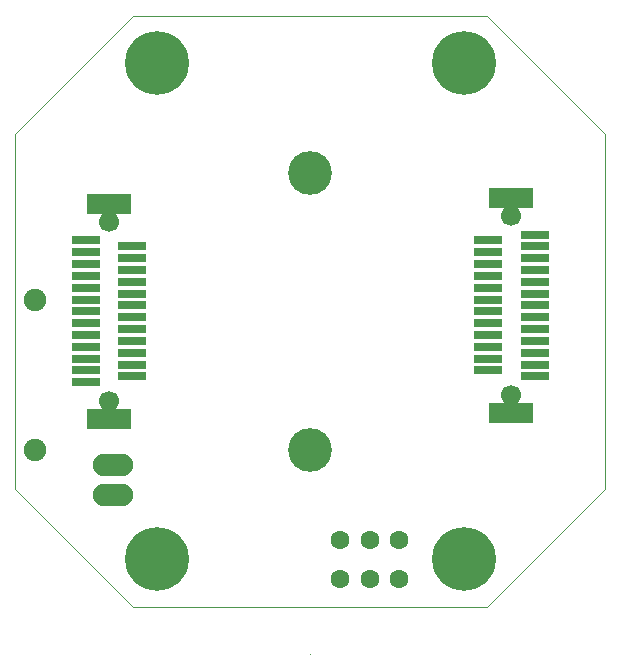
<source format=gbs>
G04 (created by PCBNEW (2013-09-06 BZR 4312)-stable) date P 15 sept  2013 15:04:35 EEST*
%MOIN*%
G04 Gerber Fmt 3.4, Leading zero omitted, Abs format*
%FSLAX34Y34*%
G01*
G70*
G90*
G04 APERTURE LIST*
%ADD10C,0.000787*%
%ADD11C,0.001000*%
%ADD12C,0.066929*%
%ADD13R,0.149606X0.066929*%
%ADD14R,0.097638X0.031496*%
%ADD15C,0.145669*%
%ADD16C,0.074803*%
%ADD17O,0.134448X0.075048*%
%ADD18C,0.062992*%
%ADD19C,0.212598*%
G04 APERTURE END LIST*
G54D10*
G54D11*
X49213Y-56692D02*
G75*
G03X49213Y-56692I0J0D01*
G74*
G01*
X49211Y-56692D02*
X49213Y-56692D01*
X49212Y-56691D02*
X49212Y-56693D01*
X43307Y-55118D02*
X39370Y-51181D01*
X55118Y-55118D02*
X43307Y-55118D01*
X59055Y-51181D02*
X55118Y-55118D01*
X59055Y-39370D02*
X59055Y-51181D01*
X55118Y-35433D02*
X59055Y-39370D01*
X43307Y-35433D02*
X55118Y-35433D01*
X39370Y-39370D02*
X43307Y-35433D01*
X39370Y-51181D02*
X39370Y-39370D01*
G54D12*
X42503Y-42303D03*
X42503Y-48248D03*
G54D13*
X42503Y-41692D03*
X42503Y-48858D03*
G54D14*
X41732Y-47637D03*
X41732Y-47244D03*
X41732Y-46850D03*
X41732Y-46456D03*
X41732Y-46062D03*
X41732Y-45669D03*
X41732Y-45275D03*
X41732Y-44881D03*
X41732Y-44488D03*
X41732Y-44094D03*
X41732Y-43700D03*
X41732Y-43307D03*
X41732Y-42913D03*
X43275Y-43110D03*
X43275Y-43503D03*
X43275Y-43897D03*
X43275Y-44291D03*
X43275Y-44685D03*
X43275Y-45078D03*
X43275Y-45472D03*
X43275Y-45866D03*
X43275Y-46259D03*
X43275Y-46653D03*
X43275Y-47047D03*
X43275Y-47440D03*
G54D12*
X42503Y-48248D03*
X42503Y-42303D03*
G54D13*
X42503Y-48858D03*
X42503Y-41692D03*
G54D12*
X55921Y-48051D03*
X55921Y-42106D03*
G54D13*
X55921Y-48661D03*
X55921Y-41496D03*
G54D14*
X56692Y-42716D03*
X56692Y-43110D03*
X56692Y-43503D03*
X56692Y-43897D03*
X56692Y-44291D03*
X56692Y-44685D03*
X56692Y-45078D03*
X56692Y-45472D03*
X56692Y-45866D03*
X56692Y-46259D03*
X56692Y-46653D03*
X56692Y-47047D03*
X56692Y-47440D03*
X55149Y-47244D03*
X55149Y-46850D03*
X55149Y-46456D03*
X55149Y-46062D03*
X55149Y-45669D03*
X55149Y-45275D03*
X55149Y-44881D03*
X55149Y-44488D03*
X55149Y-44094D03*
X55149Y-43700D03*
X55149Y-43307D03*
X55149Y-42913D03*
G54D12*
X55921Y-42106D03*
X55921Y-48051D03*
G54D13*
X55921Y-41496D03*
X55921Y-48661D03*
G54D15*
X49212Y-40649D03*
X49212Y-49901D03*
G54D16*
X40033Y-49901D03*
X40033Y-44901D03*
G54D17*
X42650Y-51400D03*
X42650Y-50400D03*
G54D18*
X51200Y-52900D03*
X51200Y-54199D03*
X52184Y-52900D03*
X52184Y-54199D03*
X50215Y-52900D03*
X50215Y-54199D03*
G54D19*
X44094Y-37007D03*
X54330Y-37007D03*
X54330Y-53543D03*
X44094Y-53543D03*
M02*

</source>
